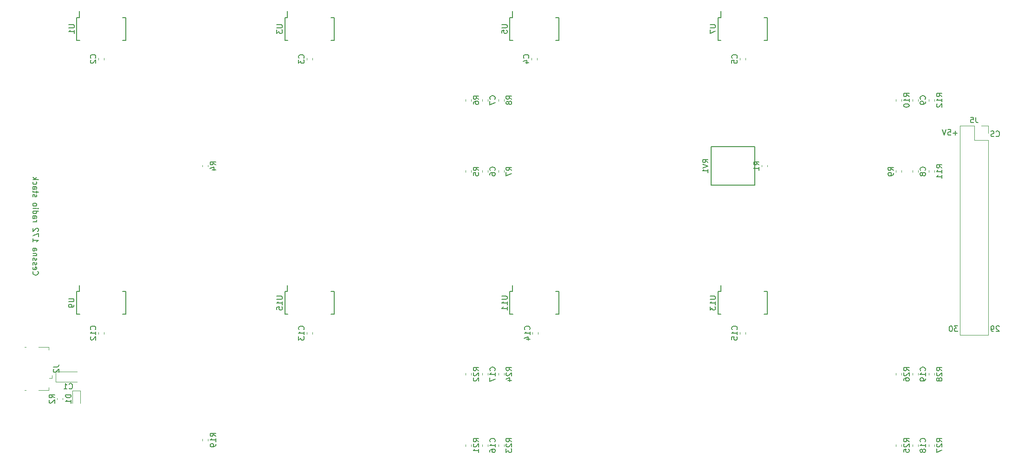
<source format=gbr>
%TF.GenerationSoftware,KiCad,Pcbnew,(5.1.6)-1*%
%TF.CreationDate,2020-09-26T15:19:52-07:00*%
%TF.ProjectId,Cessna 172 nav and com radio,43657373-6e61-4203-9137-32206e617620,rev?*%
%TF.SameCoordinates,Original*%
%TF.FileFunction,Legend,Bot*%
%TF.FilePolarity,Positive*%
%FSLAX46Y46*%
G04 Gerber Fmt 4.6, Leading zero omitted, Abs format (unit mm)*
G04 Created by KiCad (PCBNEW (5.1.6)-1) date 2020-09-26 15:19:52*
%MOMM*%
%LPD*%
G01*
G04 APERTURE LIST*
%ADD10C,0.150000*%
%ADD11C,0.203200*%
%ADD12C,0.120000*%
G04 APERTURE END LIST*
D10*
X207240357Y-60555142D02*
X207287976Y-60602761D01*
X207430833Y-60650380D01*
X207526071Y-60650380D01*
X207668928Y-60602761D01*
X207764166Y-60507523D01*
X207811785Y-60412285D01*
X207859404Y-60221809D01*
X207859404Y-60078952D01*
X207811785Y-59888476D01*
X207764166Y-59793238D01*
X207668928Y-59698000D01*
X207526071Y-59650380D01*
X207430833Y-59650380D01*
X207287976Y-59698000D01*
X207240357Y-59745619D01*
X206859404Y-60602761D02*
X206716547Y-60650380D01*
X206478452Y-60650380D01*
X206383214Y-60602761D01*
X206335595Y-60555142D01*
X206287976Y-60459904D01*
X206287976Y-60364666D01*
X206335595Y-60269428D01*
X206383214Y-60221809D01*
X206478452Y-60174190D01*
X206668928Y-60126571D01*
X206764166Y-60078952D01*
X206811785Y-60031333D01*
X206859404Y-59936095D01*
X206859404Y-59840857D01*
X206811785Y-59745619D01*
X206764166Y-59698000D01*
X206668928Y-59650380D01*
X206430833Y-59650380D01*
X206287976Y-59698000D01*
X207811785Y-95305619D02*
X207764166Y-95258000D01*
X207668928Y-95210380D01*
X207430833Y-95210380D01*
X207335595Y-95258000D01*
X207287976Y-95305619D01*
X207240357Y-95400857D01*
X207240357Y-95496095D01*
X207287976Y-95638952D01*
X207859404Y-96210380D01*
X207240357Y-96210380D01*
X206764166Y-96210380D02*
X206573690Y-96210380D01*
X206478452Y-96162761D01*
X206430833Y-96115142D01*
X206335595Y-95972285D01*
X206287976Y-95781809D01*
X206287976Y-95400857D01*
X206335595Y-95305619D01*
X206383214Y-95258000D01*
X206478452Y-95210380D01*
X206668928Y-95210380D01*
X206764166Y-95258000D01*
X206811785Y-95305619D01*
X206859404Y-95400857D01*
X206859404Y-95638952D01*
X206811785Y-95734190D01*
X206764166Y-95781809D01*
X206668928Y-95829428D01*
X206478452Y-95829428D01*
X206383214Y-95781809D01*
X206335595Y-95734190D01*
X206287976Y-95638952D01*
X200259642Y-95210380D02*
X199640595Y-95210380D01*
X199973928Y-95591333D01*
X199831071Y-95591333D01*
X199735833Y-95638952D01*
X199688214Y-95686571D01*
X199640595Y-95781809D01*
X199640595Y-96019904D01*
X199688214Y-96115142D01*
X199735833Y-96162761D01*
X199831071Y-96210380D01*
X200116785Y-96210380D01*
X200212023Y-96162761D01*
X200259642Y-96115142D01*
X199021547Y-95210380D02*
X198926309Y-95210380D01*
X198831071Y-95258000D01*
X198783452Y-95305619D01*
X198735833Y-95400857D01*
X198688214Y-95591333D01*
X198688214Y-95829428D01*
X198735833Y-96019904D01*
X198783452Y-96115142D01*
X198831071Y-96162761D01*
X198926309Y-96210380D01*
X199021547Y-96210380D01*
X199116785Y-96162761D01*
X199164404Y-96115142D01*
X199212023Y-96019904D01*
X199259642Y-95829428D01*
X199259642Y-95591333D01*
X199212023Y-95400857D01*
X199164404Y-95305619D01*
X199116785Y-95258000D01*
X199021547Y-95210380D01*
X200164404Y-60015428D02*
X199402500Y-60015428D01*
X199783452Y-60396380D02*
X199783452Y-59634476D01*
X198450119Y-59396380D02*
X198926309Y-59396380D01*
X198973928Y-59872571D01*
X198926309Y-59824952D01*
X198831071Y-59777333D01*
X198592976Y-59777333D01*
X198497738Y-59824952D01*
X198450119Y-59872571D01*
X198402500Y-59967809D01*
X198402500Y-60205904D01*
X198450119Y-60301142D01*
X198497738Y-60348761D01*
X198592976Y-60396380D01*
X198831071Y-60396380D01*
X198926309Y-60348761D01*
X198973928Y-60301142D01*
X198116785Y-59396380D02*
X197783452Y-60396380D01*
X197450119Y-59396380D01*
X31642857Y-85285714D02*
X31595238Y-85333333D01*
X31547619Y-85476190D01*
X31547619Y-85571428D01*
X31595238Y-85714285D01*
X31690476Y-85809523D01*
X31785714Y-85857142D01*
X31976190Y-85904761D01*
X32119047Y-85904761D01*
X32309523Y-85857142D01*
X32404761Y-85809523D01*
X32500000Y-85714285D01*
X32547619Y-85571428D01*
X32547619Y-85476190D01*
X32500000Y-85333333D01*
X32452380Y-85285714D01*
X31595238Y-84476190D02*
X31547619Y-84571428D01*
X31547619Y-84761904D01*
X31595238Y-84857142D01*
X31690476Y-84904761D01*
X32071428Y-84904761D01*
X32166666Y-84857142D01*
X32214285Y-84761904D01*
X32214285Y-84571428D01*
X32166666Y-84476190D01*
X32071428Y-84428571D01*
X31976190Y-84428571D01*
X31880952Y-84904761D01*
X31595238Y-84047619D02*
X31547619Y-83952380D01*
X31547619Y-83761904D01*
X31595238Y-83666666D01*
X31690476Y-83619047D01*
X31738095Y-83619047D01*
X31833333Y-83666666D01*
X31880952Y-83761904D01*
X31880952Y-83904761D01*
X31928571Y-84000000D01*
X32023809Y-84047619D01*
X32071428Y-84047619D01*
X32166666Y-84000000D01*
X32214285Y-83904761D01*
X32214285Y-83761904D01*
X32166666Y-83666666D01*
X31595238Y-83238095D02*
X31547619Y-83142857D01*
X31547619Y-82952380D01*
X31595238Y-82857142D01*
X31690476Y-82809523D01*
X31738095Y-82809523D01*
X31833333Y-82857142D01*
X31880952Y-82952380D01*
X31880952Y-83095238D01*
X31928571Y-83190476D01*
X32023809Y-83238095D01*
X32071428Y-83238095D01*
X32166666Y-83190476D01*
X32214285Y-83095238D01*
X32214285Y-82952380D01*
X32166666Y-82857142D01*
X32214285Y-82380952D02*
X31547619Y-82380952D01*
X32119047Y-82380952D02*
X32166666Y-82333333D01*
X32214285Y-82238095D01*
X32214285Y-82095238D01*
X32166666Y-82000000D01*
X32071428Y-81952380D01*
X31547619Y-81952380D01*
X31547619Y-81047619D02*
X32071428Y-81047619D01*
X32166666Y-81095238D01*
X32214285Y-81190476D01*
X32214285Y-81380952D01*
X32166666Y-81476190D01*
X31595238Y-81047619D02*
X31547619Y-81142857D01*
X31547619Y-81380952D01*
X31595238Y-81476190D01*
X31690476Y-81523809D01*
X31785714Y-81523809D01*
X31880952Y-81476190D01*
X31928571Y-81380952D01*
X31928571Y-81142857D01*
X31976190Y-81047619D01*
X31547619Y-79285714D02*
X31547619Y-79857142D01*
X31547619Y-79571428D02*
X32547619Y-79571428D01*
X32404761Y-79666666D01*
X32309523Y-79761904D01*
X32261904Y-79857142D01*
X32547619Y-78952380D02*
X32547619Y-78285714D01*
X31547619Y-78714285D01*
X32452380Y-77952380D02*
X32500000Y-77904761D01*
X32547619Y-77809523D01*
X32547619Y-77571428D01*
X32500000Y-77476190D01*
X32452380Y-77428571D01*
X32357142Y-77380952D01*
X32261904Y-77380952D01*
X32119047Y-77428571D01*
X31547619Y-78000000D01*
X31547619Y-77380952D01*
X31547619Y-76190476D02*
X32214285Y-76190476D01*
X32023809Y-76190476D02*
X32119047Y-76142857D01*
X32166666Y-76095238D01*
X32214285Y-76000000D01*
X32214285Y-75904761D01*
X31547619Y-75142857D02*
X32071428Y-75142857D01*
X32166666Y-75190476D01*
X32214285Y-75285714D01*
X32214285Y-75476190D01*
X32166666Y-75571428D01*
X31595238Y-75142857D02*
X31547619Y-75238095D01*
X31547619Y-75476190D01*
X31595238Y-75571428D01*
X31690476Y-75619047D01*
X31785714Y-75619047D01*
X31880952Y-75571428D01*
X31928571Y-75476190D01*
X31928571Y-75238095D01*
X31976190Y-75142857D01*
X31547619Y-74238095D02*
X32547619Y-74238095D01*
X31595238Y-74238095D02*
X31547619Y-74333333D01*
X31547619Y-74523809D01*
X31595238Y-74619047D01*
X31642857Y-74666666D01*
X31738095Y-74714285D01*
X32023809Y-74714285D01*
X32119047Y-74666666D01*
X32166666Y-74619047D01*
X32214285Y-74523809D01*
X32214285Y-74333333D01*
X32166666Y-74238095D01*
X31547619Y-73761904D02*
X32214285Y-73761904D01*
X32547619Y-73761904D02*
X32500000Y-73809523D01*
X32452380Y-73761904D01*
X32500000Y-73714285D01*
X32547619Y-73761904D01*
X32452380Y-73761904D01*
X31547619Y-73142857D02*
X31595238Y-73238095D01*
X31642857Y-73285714D01*
X31738095Y-73333333D01*
X32023809Y-73333333D01*
X32119047Y-73285714D01*
X32166666Y-73238095D01*
X32214285Y-73142857D01*
X32214285Y-73000000D01*
X32166666Y-72904761D01*
X32119047Y-72857142D01*
X32023809Y-72809523D01*
X31738095Y-72809523D01*
X31642857Y-72857142D01*
X31595238Y-72904761D01*
X31547619Y-73000000D01*
X31547619Y-73142857D01*
X31595238Y-71666666D02*
X31547619Y-71571428D01*
X31547619Y-71380952D01*
X31595238Y-71285714D01*
X31690476Y-71238095D01*
X31738095Y-71238095D01*
X31833333Y-71285714D01*
X31880952Y-71380952D01*
X31880952Y-71523809D01*
X31928571Y-71619047D01*
X32023809Y-71666666D01*
X32071428Y-71666666D01*
X32166666Y-71619047D01*
X32214285Y-71523809D01*
X32214285Y-71380952D01*
X32166666Y-71285714D01*
X32214285Y-70952380D02*
X32214285Y-70571428D01*
X32547619Y-70809523D02*
X31690476Y-70809523D01*
X31595238Y-70761904D01*
X31547619Y-70666666D01*
X31547619Y-70571428D01*
X31547619Y-69809523D02*
X32071428Y-69809523D01*
X32166666Y-69857142D01*
X32214285Y-69952380D01*
X32214285Y-70142857D01*
X32166666Y-70238095D01*
X31595238Y-69809523D02*
X31547619Y-69904761D01*
X31547619Y-70142857D01*
X31595238Y-70238095D01*
X31690476Y-70285714D01*
X31785714Y-70285714D01*
X31880952Y-70238095D01*
X31928571Y-70142857D01*
X31928571Y-69904761D01*
X31976190Y-69809523D01*
X31595238Y-68904761D02*
X31547619Y-69000000D01*
X31547619Y-69190476D01*
X31595238Y-69285714D01*
X31642857Y-69333333D01*
X31738095Y-69380952D01*
X32023809Y-69380952D01*
X32119047Y-69333333D01*
X32166666Y-69285714D01*
X32214285Y-69190476D01*
X32214285Y-69000000D01*
X32166666Y-68904761D01*
X31547619Y-68476190D02*
X32547619Y-68476190D01*
X31928571Y-68380952D02*
X31547619Y-68095238D01*
X32214285Y-68095238D02*
X31833333Y-68476190D01*
%TO.C,U1*%
X39525000Y-38925000D02*
X40000000Y-38925000D01*
X39525000Y-43075000D02*
X40082500Y-43075000D01*
X48475000Y-43075000D02*
X47917500Y-43075000D01*
X48475000Y-38925000D02*
X47917500Y-38925000D01*
X39525000Y-38925000D02*
X39525000Y-43075000D01*
X48475000Y-38925000D02*
X48475000Y-43075000D01*
X40000000Y-38925000D02*
X40000000Y-37800000D01*
D11*
%TO.C,RV1*%
X155250000Y-69500000D02*
X163250000Y-69500000D01*
X155250000Y-62500000D02*
X155250000Y-69500000D01*
X163250000Y-62500000D02*
X155250000Y-62500000D01*
X163250000Y-69500000D02*
X163250000Y-62500000D01*
D10*
%TO.C,U3*%
X78000000Y-38925000D02*
X78000000Y-37800000D01*
X86475000Y-38925000D02*
X86475000Y-43075000D01*
X77525000Y-38925000D02*
X77525000Y-43075000D01*
X86475000Y-38925000D02*
X85917500Y-38925000D01*
X86475000Y-43075000D02*
X85917500Y-43075000D01*
X77525000Y-43075000D02*
X78082500Y-43075000D01*
X77525000Y-38925000D02*
X78000000Y-38925000D01*
%TO.C,U5*%
X119000000Y-38925000D02*
X119000000Y-37800000D01*
X127475000Y-38925000D02*
X127475000Y-43075000D01*
X118525000Y-38925000D02*
X118525000Y-43075000D01*
X127475000Y-38925000D02*
X126917500Y-38925000D01*
X127475000Y-43075000D02*
X126917500Y-43075000D01*
X118525000Y-43075000D02*
X119082500Y-43075000D01*
X118525000Y-38925000D02*
X119000000Y-38925000D01*
%TO.C,U7*%
X156525000Y-38925000D02*
X157000000Y-38925000D01*
X156525000Y-43075000D02*
X157082500Y-43075000D01*
X165475000Y-43075000D02*
X164917500Y-43075000D01*
X165475000Y-38925000D02*
X164917500Y-38925000D01*
X156525000Y-38925000D02*
X156525000Y-43075000D01*
X165475000Y-38925000D02*
X165475000Y-43075000D01*
X157000000Y-38925000D02*
X157000000Y-37800000D01*
D12*
%TO.C,J2*%
X35012500Y-104700000D02*
X34562500Y-104700000D01*
X35012500Y-104700000D02*
X35012500Y-104250000D01*
X34462500Y-99100000D02*
X34462500Y-99550000D01*
X32612500Y-99100000D02*
X34462500Y-99100000D01*
X30062500Y-106900000D02*
X30312500Y-106900000D01*
X30062500Y-99100000D02*
X30312500Y-99100000D01*
X32612500Y-106900000D02*
X34462500Y-106900000D01*
X34462500Y-106900000D02*
X34462500Y-106450000D01*
D10*
%TO.C,U9*%
X39525000Y-88925000D02*
X40000000Y-88925000D01*
X39525000Y-93075000D02*
X40082500Y-93075000D01*
X48475000Y-93075000D02*
X47917500Y-93075000D01*
X48475000Y-88925000D02*
X47917500Y-88925000D01*
X39525000Y-88925000D02*
X39525000Y-93075000D01*
X48475000Y-88925000D02*
X48475000Y-93075000D01*
X40000000Y-88925000D02*
X40000000Y-87800000D01*
%TO.C,U11*%
X119000000Y-88925000D02*
X119000000Y-87800000D01*
X127475000Y-88925000D02*
X127475000Y-93075000D01*
X118525000Y-88925000D02*
X118525000Y-93075000D01*
X127475000Y-88925000D02*
X126917500Y-88925000D01*
X127475000Y-93075000D02*
X126917500Y-93075000D01*
X118525000Y-93075000D02*
X119082500Y-93075000D01*
X118525000Y-88925000D02*
X119000000Y-88925000D01*
%TO.C,U13*%
X156525000Y-88925000D02*
X157000000Y-88925000D01*
X156525000Y-93075000D02*
X157082500Y-93075000D01*
X165475000Y-93075000D02*
X164917500Y-93075000D01*
X165475000Y-88925000D02*
X164917500Y-88925000D01*
X156525000Y-88925000D02*
X156525000Y-93075000D01*
X165475000Y-88925000D02*
X165475000Y-93075000D01*
X157000000Y-88925000D02*
X157000000Y-87800000D01*
%TO.C,U15*%
X78000000Y-88925000D02*
X78000000Y-87800000D01*
X86475000Y-88925000D02*
X86475000Y-93075000D01*
X77525000Y-88925000D02*
X77525000Y-93075000D01*
X86475000Y-88925000D02*
X85917500Y-88925000D01*
X86475000Y-93075000D02*
X85917500Y-93075000D01*
X77525000Y-93075000D02*
X78082500Y-93075000D01*
X77525000Y-88925000D02*
X78000000Y-88925000D01*
D12*
%TO.C,J5*%
X205830000Y-96890000D02*
X200630000Y-96890000D01*
X205830000Y-61270000D02*
X205830000Y-96890000D01*
X200630000Y-58670000D02*
X200630000Y-96890000D01*
X205830000Y-61270000D02*
X203230000Y-61270000D01*
X203230000Y-61270000D02*
X203230000Y-58670000D01*
X203230000Y-58670000D02*
X200630000Y-58670000D01*
X205830000Y-60000000D02*
X205830000Y-58670000D01*
X205830000Y-58670000D02*
X204500000Y-58670000D01*
%TO.C,C1*%
X39600000Y-105435000D02*
X35690000Y-105435000D01*
X35690000Y-105435000D02*
X35690000Y-103565000D01*
X35690000Y-103565000D02*
X39600000Y-103565000D01*
%TO.C,C2*%
X43490000Y-46337221D02*
X43490000Y-46662779D01*
X44510000Y-46337221D02*
X44510000Y-46662779D01*
%TO.C,C3*%
X82510000Y-46337221D02*
X82510000Y-46662779D01*
X81490000Y-46337221D02*
X81490000Y-46662779D01*
%TO.C,C4*%
X123510000Y-46337221D02*
X123510000Y-46662779D01*
X122490000Y-46337221D02*
X122490000Y-46662779D01*
%TO.C,C5*%
X160490000Y-46337221D02*
X160490000Y-46662779D01*
X161510000Y-46337221D02*
X161510000Y-46662779D01*
%TO.C,C6*%
X114510000Y-67162779D02*
X114510000Y-66837221D01*
X113490000Y-67162779D02*
X113490000Y-66837221D01*
%TO.C,C7*%
X113490000Y-54162779D02*
X113490000Y-53837221D01*
X114510000Y-54162779D02*
X114510000Y-53837221D01*
%TO.C,C8*%
X193010000Y-67162779D02*
X193010000Y-66837221D01*
X191990000Y-67162779D02*
X191990000Y-66837221D01*
%TO.C,C9*%
X191990000Y-54162779D02*
X191990000Y-53837221D01*
X193010000Y-54162779D02*
X193010000Y-53837221D01*
%TO.C,C12*%
X43490000Y-96337221D02*
X43490000Y-96662779D01*
X44510000Y-96337221D02*
X44510000Y-96662779D01*
%TO.C,C13*%
X82510000Y-96337221D02*
X82510000Y-96662779D01*
X81490000Y-96337221D02*
X81490000Y-96662779D01*
%TO.C,C14*%
X123700000Y-96337221D02*
X123700000Y-96662779D01*
X122680000Y-96337221D02*
X122680000Y-96662779D01*
%TO.C,C15*%
X161510000Y-96337221D02*
X161510000Y-96662779D01*
X160490000Y-96337221D02*
X160490000Y-96662779D01*
%TO.C,C16*%
X113490000Y-117162779D02*
X113490000Y-116837221D01*
X114510000Y-117162779D02*
X114510000Y-116837221D01*
%TO.C,C17*%
X114510000Y-104162779D02*
X114510000Y-103837221D01*
X113490000Y-104162779D02*
X113490000Y-103837221D01*
%TO.C,C18*%
X193010000Y-117162779D02*
X193010000Y-116837221D01*
X191990000Y-117162779D02*
X191990000Y-116837221D01*
%TO.C,C19*%
X193010000Y-104162779D02*
X193010000Y-103837221D01*
X191990000Y-104162779D02*
X191990000Y-103837221D01*
%TO.C,D1*%
X38765000Y-109300000D02*
X38765000Y-107015000D01*
X38765000Y-107015000D02*
X40235000Y-107015000D01*
X40235000Y-107015000D02*
X40235000Y-109300000D01*
%TO.C,R1*%
X164490000Y-65837221D02*
X164490000Y-66162779D01*
X165510000Y-65837221D02*
X165510000Y-66162779D01*
%TO.C,R2*%
X37010000Y-108337221D02*
X37010000Y-108662779D01*
X35990000Y-108337221D02*
X35990000Y-108662779D01*
%TO.C,R4*%
X63510000Y-66162779D02*
X63510000Y-65837221D01*
X62490000Y-66162779D02*
X62490000Y-65837221D01*
%TO.C,R5*%
X110490000Y-67162779D02*
X110490000Y-66837221D01*
X111510000Y-67162779D02*
X111510000Y-66837221D01*
%TO.C,R6*%
X110490000Y-54162779D02*
X110490000Y-53837221D01*
X111510000Y-54162779D02*
X111510000Y-53837221D01*
%TO.C,R7*%
X116490000Y-67162779D02*
X116490000Y-66837221D01*
X117510000Y-67162779D02*
X117510000Y-66837221D01*
%TO.C,R8*%
X117510000Y-54162779D02*
X117510000Y-53837221D01*
X116490000Y-54162779D02*
X116490000Y-53837221D01*
%TO.C,R9*%
X190010000Y-66837221D02*
X190010000Y-67162779D01*
X188990000Y-66837221D02*
X188990000Y-67162779D01*
%TO.C,R10*%
X190010000Y-54162779D02*
X190010000Y-53837221D01*
X188990000Y-54162779D02*
X188990000Y-53837221D01*
%TO.C,R11*%
X196010000Y-67162779D02*
X196010000Y-66837221D01*
X194990000Y-67162779D02*
X194990000Y-66837221D01*
%TO.C,R12*%
X194990000Y-54162779D02*
X194990000Y-53837221D01*
X196010000Y-54162779D02*
X196010000Y-53837221D01*
%TO.C,R19*%
X63510000Y-116162779D02*
X63510000Y-115837221D01*
X62490000Y-116162779D02*
X62490000Y-115837221D01*
%TO.C,R21*%
X110490000Y-117162779D02*
X110490000Y-116837221D01*
X111510000Y-117162779D02*
X111510000Y-116837221D01*
%TO.C,R22*%
X111510000Y-104162779D02*
X111510000Y-103837221D01*
X110490000Y-104162779D02*
X110490000Y-103837221D01*
%TO.C,R23*%
X117510000Y-117162779D02*
X117510000Y-116837221D01*
X116490000Y-117162779D02*
X116490000Y-116837221D01*
%TO.C,R24*%
X116490000Y-104162779D02*
X116490000Y-103837221D01*
X117510000Y-104162779D02*
X117510000Y-103837221D01*
%TO.C,R25*%
X190010000Y-117162779D02*
X190010000Y-116837221D01*
X188990000Y-117162779D02*
X188990000Y-116837221D01*
%TO.C,R26*%
X188990000Y-104162779D02*
X188990000Y-103837221D01*
X190010000Y-104162779D02*
X190010000Y-103837221D01*
%TO.C,R27*%
X194990000Y-117162779D02*
X194990000Y-116837221D01*
X196010000Y-117162779D02*
X196010000Y-116837221D01*
%TO.C,R28*%
X196010000Y-104162779D02*
X196010000Y-103837221D01*
X194990000Y-104162779D02*
X194990000Y-103837221D01*
%TO.C,U1*%
D10*
X38118380Y-40238095D02*
X38927904Y-40238095D01*
X39023142Y-40285714D01*
X39070761Y-40333333D01*
X39118380Y-40428571D01*
X39118380Y-40619047D01*
X39070761Y-40714285D01*
X39023142Y-40761904D01*
X38927904Y-40809523D01*
X38118380Y-40809523D01*
X39118380Y-41809523D02*
X39118380Y-41238095D01*
X39118380Y-41523809D02*
X38118380Y-41523809D01*
X38261238Y-41428571D01*
X38356476Y-41333333D01*
X38404095Y-41238095D01*
%TO.C,RV1*%
X154702380Y-65404761D02*
X154226190Y-65071428D01*
X154702380Y-64833333D02*
X153702380Y-64833333D01*
X153702380Y-65214285D01*
X153750000Y-65309523D01*
X153797619Y-65357142D01*
X153892857Y-65404761D01*
X154035714Y-65404761D01*
X154130952Y-65357142D01*
X154178571Y-65309523D01*
X154226190Y-65214285D01*
X154226190Y-64833333D01*
X153702380Y-65690476D02*
X154702380Y-66023809D01*
X153702380Y-66357142D01*
X154702380Y-67214285D02*
X154702380Y-66642857D01*
X154702380Y-66928571D02*
X153702380Y-66928571D01*
X153845238Y-66833333D01*
X153940476Y-66738095D01*
X153988095Y-66642857D01*
%TO.C,U3*%
X76052380Y-40238095D02*
X76861904Y-40238095D01*
X76957142Y-40285714D01*
X77004761Y-40333333D01*
X77052380Y-40428571D01*
X77052380Y-40619047D01*
X77004761Y-40714285D01*
X76957142Y-40761904D01*
X76861904Y-40809523D01*
X76052380Y-40809523D01*
X76052380Y-41190476D02*
X76052380Y-41809523D01*
X76433333Y-41476190D01*
X76433333Y-41619047D01*
X76480952Y-41714285D01*
X76528571Y-41761904D01*
X76623809Y-41809523D01*
X76861904Y-41809523D01*
X76957142Y-41761904D01*
X77004761Y-41714285D01*
X77052380Y-41619047D01*
X77052380Y-41333333D01*
X77004761Y-41238095D01*
X76957142Y-41190476D01*
%TO.C,U5*%
X117052380Y-40238095D02*
X117861904Y-40238095D01*
X117957142Y-40285714D01*
X118004761Y-40333333D01*
X118052380Y-40428571D01*
X118052380Y-40619047D01*
X118004761Y-40714285D01*
X117957142Y-40761904D01*
X117861904Y-40809523D01*
X117052380Y-40809523D01*
X117052380Y-41761904D02*
X117052380Y-41285714D01*
X117528571Y-41238095D01*
X117480952Y-41285714D01*
X117433333Y-41380952D01*
X117433333Y-41619047D01*
X117480952Y-41714285D01*
X117528571Y-41761904D01*
X117623809Y-41809523D01*
X117861904Y-41809523D01*
X117957142Y-41761904D01*
X118004761Y-41714285D01*
X118052380Y-41619047D01*
X118052380Y-41380952D01*
X118004761Y-41285714D01*
X117957142Y-41238095D01*
%TO.C,U7*%
X155052380Y-40238095D02*
X155861904Y-40238095D01*
X155957142Y-40285714D01*
X156004761Y-40333333D01*
X156052380Y-40428571D01*
X156052380Y-40619047D01*
X156004761Y-40714285D01*
X155957142Y-40761904D01*
X155861904Y-40809523D01*
X155052380Y-40809523D01*
X155052380Y-41190476D02*
X155052380Y-41857142D01*
X156052380Y-41428571D01*
%TO.C,J2*%
X35264880Y-102666666D02*
X35979166Y-102666666D01*
X36122023Y-102619047D01*
X36217261Y-102523809D01*
X36264880Y-102380952D01*
X36264880Y-102285714D01*
X35360119Y-103095238D02*
X35312500Y-103142857D01*
X35264880Y-103238095D01*
X35264880Y-103476190D01*
X35312500Y-103571428D01*
X35360119Y-103619047D01*
X35455357Y-103666666D01*
X35550595Y-103666666D01*
X35693452Y-103619047D01*
X36264880Y-103047619D01*
X36264880Y-103666666D01*
%TO.C,U9*%
X38052380Y-90238095D02*
X38861904Y-90238095D01*
X38957142Y-90285714D01*
X39004761Y-90333333D01*
X39052380Y-90428571D01*
X39052380Y-90619047D01*
X39004761Y-90714285D01*
X38957142Y-90761904D01*
X38861904Y-90809523D01*
X38052380Y-90809523D01*
X39052380Y-91333333D02*
X39052380Y-91523809D01*
X39004761Y-91619047D01*
X38957142Y-91666666D01*
X38814285Y-91761904D01*
X38623809Y-91809523D01*
X38242857Y-91809523D01*
X38147619Y-91761904D01*
X38100000Y-91714285D01*
X38052380Y-91619047D01*
X38052380Y-91428571D01*
X38100000Y-91333333D01*
X38147619Y-91285714D01*
X38242857Y-91238095D01*
X38480952Y-91238095D01*
X38576190Y-91285714D01*
X38623809Y-91333333D01*
X38671428Y-91428571D01*
X38671428Y-91619047D01*
X38623809Y-91714285D01*
X38576190Y-91761904D01*
X38480952Y-91809523D01*
%TO.C,U11*%
X117052380Y-89761904D02*
X117861904Y-89761904D01*
X117957142Y-89809523D01*
X118004761Y-89857142D01*
X118052380Y-89952380D01*
X118052380Y-90142857D01*
X118004761Y-90238095D01*
X117957142Y-90285714D01*
X117861904Y-90333333D01*
X117052380Y-90333333D01*
X118052380Y-91333333D02*
X118052380Y-90761904D01*
X118052380Y-91047619D02*
X117052380Y-91047619D01*
X117195238Y-90952380D01*
X117290476Y-90857142D01*
X117338095Y-90761904D01*
X118052380Y-92285714D02*
X118052380Y-91714285D01*
X118052380Y-92000000D02*
X117052380Y-92000000D01*
X117195238Y-91904761D01*
X117290476Y-91809523D01*
X117338095Y-91714285D01*
%TO.C,U13*%
X155052380Y-89761904D02*
X155861904Y-89761904D01*
X155957142Y-89809523D01*
X156004761Y-89857142D01*
X156052380Y-89952380D01*
X156052380Y-90142857D01*
X156004761Y-90238095D01*
X155957142Y-90285714D01*
X155861904Y-90333333D01*
X155052380Y-90333333D01*
X156052380Y-91333333D02*
X156052380Y-90761904D01*
X156052380Y-91047619D02*
X155052380Y-91047619D01*
X155195238Y-90952380D01*
X155290476Y-90857142D01*
X155338095Y-90761904D01*
X155052380Y-91666666D02*
X155052380Y-92285714D01*
X155433333Y-91952380D01*
X155433333Y-92095238D01*
X155480952Y-92190476D01*
X155528571Y-92238095D01*
X155623809Y-92285714D01*
X155861904Y-92285714D01*
X155957142Y-92238095D01*
X156004761Y-92190476D01*
X156052380Y-92095238D01*
X156052380Y-91809523D01*
X156004761Y-91714285D01*
X155957142Y-91666666D01*
%TO.C,U15*%
X76052380Y-89761904D02*
X76861904Y-89761904D01*
X76957142Y-89809523D01*
X77004761Y-89857142D01*
X77052380Y-89952380D01*
X77052380Y-90142857D01*
X77004761Y-90238095D01*
X76957142Y-90285714D01*
X76861904Y-90333333D01*
X76052380Y-90333333D01*
X77052380Y-91333333D02*
X77052380Y-90761904D01*
X77052380Y-91047619D02*
X76052380Y-91047619D01*
X76195238Y-90952380D01*
X76290476Y-90857142D01*
X76338095Y-90761904D01*
X76052380Y-92238095D02*
X76052380Y-91761904D01*
X76528571Y-91714285D01*
X76480952Y-91761904D01*
X76433333Y-91857142D01*
X76433333Y-92095238D01*
X76480952Y-92190476D01*
X76528571Y-92238095D01*
X76623809Y-92285714D01*
X76861904Y-92285714D01*
X76957142Y-92238095D01*
X77004761Y-92190476D01*
X77052380Y-92095238D01*
X77052380Y-91857142D01*
X77004761Y-91761904D01*
X76957142Y-91714285D01*
%TO.C,J5*%
X203563333Y-57122380D02*
X203563333Y-57836666D01*
X203610952Y-57979523D01*
X203706190Y-58074761D01*
X203849047Y-58122380D01*
X203944285Y-58122380D01*
X202610952Y-57122380D02*
X203087142Y-57122380D01*
X203134761Y-57598571D01*
X203087142Y-57550952D01*
X202991904Y-57503333D01*
X202753809Y-57503333D01*
X202658571Y-57550952D01*
X202610952Y-57598571D01*
X202563333Y-57693809D01*
X202563333Y-57931904D01*
X202610952Y-58027142D01*
X202658571Y-58074761D01*
X202753809Y-58122380D01*
X202991904Y-58122380D01*
X203087142Y-58074761D01*
X203134761Y-58027142D01*
%TO.C,C1*%
X38166666Y-106607142D02*
X38214285Y-106654761D01*
X38357142Y-106702380D01*
X38452380Y-106702380D01*
X38595238Y-106654761D01*
X38690476Y-106559523D01*
X38738095Y-106464285D01*
X38785714Y-106273809D01*
X38785714Y-106130952D01*
X38738095Y-105940476D01*
X38690476Y-105845238D01*
X38595238Y-105750000D01*
X38452380Y-105702380D01*
X38357142Y-105702380D01*
X38214285Y-105750000D01*
X38166666Y-105797619D01*
X37214285Y-106702380D02*
X37785714Y-106702380D01*
X37500000Y-106702380D02*
X37500000Y-105702380D01*
X37595238Y-105845238D01*
X37690476Y-105940476D01*
X37785714Y-105988095D01*
%TO.C,C2*%
X42927142Y-46333333D02*
X42974761Y-46285714D01*
X43022380Y-46142857D01*
X43022380Y-46047619D01*
X42974761Y-45904761D01*
X42879523Y-45809523D01*
X42784285Y-45761904D01*
X42593809Y-45714285D01*
X42450952Y-45714285D01*
X42260476Y-45761904D01*
X42165238Y-45809523D01*
X42070000Y-45904761D01*
X42022380Y-46047619D01*
X42022380Y-46142857D01*
X42070000Y-46285714D01*
X42117619Y-46333333D01*
X42117619Y-46714285D02*
X42070000Y-46761904D01*
X42022380Y-46857142D01*
X42022380Y-47095238D01*
X42070000Y-47190476D01*
X42117619Y-47238095D01*
X42212857Y-47285714D01*
X42308095Y-47285714D01*
X42450952Y-47238095D01*
X43022380Y-46666666D01*
X43022380Y-47285714D01*
%TO.C,C3*%
X80927142Y-46333333D02*
X80974761Y-46285714D01*
X81022380Y-46142857D01*
X81022380Y-46047619D01*
X80974761Y-45904761D01*
X80879523Y-45809523D01*
X80784285Y-45761904D01*
X80593809Y-45714285D01*
X80450952Y-45714285D01*
X80260476Y-45761904D01*
X80165238Y-45809523D01*
X80070000Y-45904761D01*
X80022380Y-46047619D01*
X80022380Y-46142857D01*
X80070000Y-46285714D01*
X80117619Y-46333333D01*
X80022380Y-46666666D02*
X80022380Y-47285714D01*
X80403333Y-46952380D01*
X80403333Y-47095238D01*
X80450952Y-47190476D01*
X80498571Y-47238095D01*
X80593809Y-47285714D01*
X80831904Y-47285714D01*
X80927142Y-47238095D01*
X80974761Y-47190476D01*
X81022380Y-47095238D01*
X81022380Y-46809523D01*
X80974761Y-46714285D01*
X80927142Y-46666666D01*
%TO.C,C4*%
X121927142Y-46333333D02*
X121974761Y-46285714D01*
X122022380Y-46142857D01*
X122022380Y-46047619D01*
X121974761Y-45904761D01*
X121879523Y-45809523D01*
X121784285Y-45761904D01*
X121593809Y-45714285D01*
X121450952Y-45714285D01*
X121260476Y-45761904D01*
X121165238Y-45809523D01*
X121070000Y-45904761D01*
X121022380Y-46047619D01*
X121022380Y-46142857D01*
X121070000Y-46285714D01*
X121117619Y-46333333D01*
X121355714Y-47190476D02*
X122022380Y-47190476D01*
X120974761Y-46952380D02*
X121689047Y-46714285D01*
X121689047Y-47333333D01*
%TO.C,C5*%
X159927142Y-46333333D02*
X159974761Y-46285714D01*
X160022380Y-46142857D01*
X160022380Y-46047619D01*
X159974761Y-45904761D01*
X159879523Y-45809523D01*
X159784285Y-45761904D01*
X159593809Y-45714285D01*
X159450952Y-45714285D01*
X159260476Y-45761904D01*
X159165238Y-45809523D01*
X159070000Y-45904761D01*
X159022380Y-46047619D01*
X159022380Y-46142857D01*
X159070000Y-46285714D01*
X159117619Y-46333333D01*
X159022380Y-47238095D02*
X159022380Y-46761904D01*
X159498571Y-46714285D01*
X159450952Y-46761904D01*
X159403333Y-46857142D01*
X159403333Y-47095238D01*
X159450952Y-47190476D01*
X159498571Y-47238095D01*
X159593809Y-47285714D01*
X159831904Y-47285714D01*
X159927142Y-47238095D01*
X159974761Y-47190476D01*
X160022380Y-47095238D01*
X160022380Y-46857142D01*
X159974761Y-46761904D01*
X159927142Y-46714285D01*
%TO.C,C6*%
X115787142Y-66833333D02*
X115834761Y-66785714D01*
X115882380Y-66642857D01*
X115882380Y-66547619D01*
X115834761Y-66404761D01*
X115739523Y-66309523D01*
X115644285Y-66261904D01*
X115453809Y-66214285D01*
X115310952Y-66214285D01*
X115120476Y-66261904D01*
X115025238Y-66309523D01*
X114930000Y-66404761D01*
X114882380Y-66547619D01*
X114882380Y-66642857D01*
X114930000Y-66785714D01*
X114977619Y-66833333D01*
X114882380Y-67690476D02*
X114882380Y-67500000D01*
X114930000Y-67404761D01*
X114977619Y-67357142D01*
X115120476Y-67261904D01*
X115310952Y-67214285D01*
X115691904Y-67214285D01*
X115787142Y-67261904D01*
X115834761Y-67309523D01*
X115882380Y-67404761D01*
X115882380Y-67595238D01*
X115834761Y-67690476D01*
X115787142Y-67738095D01*
X115691904Y-67785714D01*
X115453809Y-67785714D01*
X115358571Y-67738095D01*
X115310952Y-67690476D01*
X115263333Y-67595238D01*
X115263333Y-67404761D01*
X115310952Y-67309523D01*
X115358571Y-67261904D01*
X115453809Y-67214285D01*
%TO.C,C7*%
X115787142Y-53833333D02*
X115834761Y-53785714D01*
X115882380Y-53642857D01*
X115882380Y-53547619D01*
X115834761Y-53404761D01*
X115739523Y-53309523D01*
X115644285Y-53261904D01*
X115453809Y-53214285D01*
X115310952Y-53214285D01*
X115120476Y-53261904D01*
X115025238Y-53309523D01*
X114930000Y-53404761D01*
X114882380Y-53547619D01*
X114882380Y-53642857D01*
X114930000Y-53785714D01*
X114977619Y-53833333D01*
X114882380Y-54166666D02*
X114882380Y-54833333D01*
X115882380Y-54404761D01*
%TO.C,C8*%
X194287142Y-66833333D02*
X194334761Y-66785714D01*
X194382380Y-66642857D01*
X194382380Y-66547619D01*
X194334761Y-66404761D01*
X194239523Y-66309523D01*
X194144285Y-66261904D01*
X193953809Y-66214285D01*
X193810952Y-66214285D01*
X193620476Y-66261904D01*
X193525238Y-66309523D01*
X193430000Y-66404761D01*
X193382380Y-66547619D01*
X193382380Y-66642857D01*
X193430000Y-66785714D01*
X193477619Y-66833333D01*
X193810952Y-67404761D02*
X193763333Y-67309523D01*
X193715714Y-67261904D01*
X193620476Y-67214285D01*
X193572857Y-67214285D01*
X193477619Y-67261904D01*
X193430000Y-67309523D01*
X193382380Y-67404761D01*
X193382380Y-67595238D01*
X193430000Y-67690476D01*
X193477619Y-67738095D01*
X193572857Y-67785714D01*
X193620476Y-67785714D01*
X193715714Y-67738095D01*
X193763333Y-67690476D01*
X193810952Y-67595238D01*
X193810952Y-67404761D01*
X193858571Y-67309523D01*
X193906190Y-67261904D01*
X194001428Y-67214285D01*
X194191904Y-67214285D01*
X194287142Y-67261904D01*
X194334761Y-67309523D01*
X194382380Y-67404761D01*
X194382380Y-67595238D01*
X194334761Y-67690476D01*
X194287142Y-67738095D01*
X194191904Y-67785714D01*
X194001428Y-67785714D01*
X193906190Y-67738095D01*
X193858571Y-67690476D01*
X193810952Y-67595238D01*
%TO.C,C9*%
X194287142Y-53833333D02*
X194334761Y-53785714D01*
X194382380Y-53642857D01*
X194382380Y-53547619D01*
X194334761Y-53404761D01*
X194239523Y-53309523D01*
X194144285Y-53261904D01*
X193953809Y-53214285D01*
X193810952Y-53214285D01*
X193620476Y-53261904D01*
X193525238Y-53309523D01*
X193430000Y-53404761D01*
X193382380Y-53547619D01*
X193382380Y-53642857D01*
X193430000Y-53785714D01*
X193477619Y-53833333D01*
X194382380Y-54309523D02*
X194382380Y-54500000D01*
X194334761Y-54595238D01*
X194287142Y-54642857D01*
X194144285Y-54738095D01*
X193953809Y-54785714D01*
X193572857Y-54785714D01*
X193477619Y-54738095D01*
X193430000Y-54690476D01*
X193382380Y-54595238D01*
X193382380Y-54404761D01*
X193430000Y-54309523D01*
X193477619Y-54261904D01*
X193572857Y-54214285D01*
X193810952Y-54214285D01*
X193906190Y-54261904D01*
X193953809Y-54309523D01*
X194001428Y-54404761D01*
X194001428Y-54595238D01*
X193953809Y-54690476D01*
X193906190Y-54738095D01*
X193810952Y-54785714D01*
%TO.C,C12*%
X42927142Y-95857142D02*
X42974761Y-95809523D01*
X43022380Y-95666666D01*
X43022380Y-95571428D01*
X42974761Y-95428571D01*
X42879523Y-95333333D01*
X42784285Y-95285714D01*
X42593809Y-95238095D01*
X42450952Y-95238095D01*
X42260476Y-95285714D01*
X42165238Y-95333333D01*
X42070000Y-95428571D01*
X42022380Y-95571428D01*
X42022380Y-95666666D01*
X42070000Y-95809523D01*
X42117619Y-95857142D01*
X43022380Y-96809523D02*
X43022380Y-96238095D01*
X43022380Y-96523809D02*
X42022380Y-96523809D01*
X42165238Y-96428571D01*
X42260476Y-96333333D01*
X42308095Y-96238095D01*
X42117619Y-97190476D02*
X42070000Y-97238095D01*
X42022380Y-97333333D01*
X42022380Y-97571428D01*
X42070000Y-97666666D01*
X42117619Y-97714285D01*
X42212857Y-97761904D01*
X42308095Y-97761904D01*
X42450952Y-97714285D01*
X43022380Y-97142857D01*
X43022380Y-97761904D01*
%TO.C,C13*%
X80927142Y-95857142D02*
X80974761Y-95809523D01*
X81022380Y-95666666D01*
X81022380Y-95571428D01*
X80974761Y-95428571D01*
X80879523Y-95333333D01*
X80784285Y-95285714D01*
X80593809Y-95238095D01*
X80450952Y-95238095D01*
X80260476Y-95285714D01*
X80165238Y-95333333D01*
X80070000Y-95428571D01*
X80022380Y-95571428D01*
X80022380Y-95666666D01*
X80070000Y-95809523D01*
X80117619Y-95857142D01*
X81022380Y-96809523D02*
X81022380Y-96238095D01*
X81022380Y-96523809D02*
X80022380Y-96523809D01*
X80165238Y-96428571D01*
X80260476Y-96333333D01*
X80308095Y-96238095D01*
X80022380Y-97142857D02*
X80022380Y-97761904D01*
X80403333Y-97428571D01*
X80403333Y-97571428D01*
X80450952Y-97666666D01*
X80498571Y-97714285D01*
X80593809Y-97761904D01*
X80831904Y-97761904D01*
X80927142Y-97714285D01*
X80974761Y-97666666D01*
X81022380Y-97571428D01*
X81022380Y-97285714D01*
X80974761Y-97190476D01*
X80927142Y-97142857D01*
%TO.C,C14*%
X122117142Y-95857142D02*
X122164761Y-95809523D01*
X122212380Y-95666666D01*
X122212380Y-95571428D01*
X122164761Y-95428571D01*
X122069523Y-95333333D01*
X121974285Y-95285714D01*
X121783809Y-95238095D01*
X121640952Y-95238095D01*
X121450476Y-95285714D01*
X121355238Y-95333333D01*
X121260000Y-95428571D01*
X121212380Y-95571428D01*
X121212380Y-95666666D01*
X121260000Y-95809523D01*
X121307619Y-95857142D01*
X122212380Y-96809523D02*
X122212380Y-96238095D01*
X122212380Y-96523809D02*
X121212380Y-96523809D01*
X121355238Y-96428571D01*
X121450476Y-96333333D01*
X121498095Y-96238095D01*
X121545714Y-97666666D02*
X122212380Y-97666666D01*
X121164761Y-97428571D02*
X121879047Y-97190476D01*
X121879047Y-97809523D01*
%TO.C,C15*%
X159927142Y-95857142D02*
X159974761Y-95809523D01*
X160022380Y-95666666D01*
X160022380Y-95571428D01*
X159974761Y-95428571D01*
X159879523Y-95333333D01*
X159784285Y-95285714D01*
X159593809Y-95238095D01*
X159450952Y-95238095D01*
X159260476Y-95285714D01*
X159165238Y-95333333D01*
X159070000Y-95428571D01*
X159022380Y-95571428D01*
X159022380Y-95666666D01*
X159070000Y-95809523D01*
X159117619Y-95857142D01*
X160022380Y-96809523D02*
X160022380Y-96238095D01*
X160022380Y-96523809D02*
X159022380Y-96523809D01*
X159165238Y-96428571D01*
X159260476Y-96333333D01*
X159308095Y-96238095D01*
X159022380Y-97714285D02*
X159022380Y-97238095D01*
X159498571Y-97190476D01*
X159450952Y-97238095D01*
X159403333Y-97333333D01*
X159403333Y-97571428D01*
X159450952Y-97666666D01*
X159498571Y-97714285D01*
X159593809Y-97761904D01*
X159831904Y-97761904D01*
X159927142Y-97714285D01*
X159974761Y-97666666D01*
X160022380Y-97571428D01*
X160022380Y-97333333D01*
X159974761Y-97238095D01*
X159927142Y-97190476D01*
%TO.C,C16*%
X115787142Y-116357142D02*
X115834761Y-116309523D01*
X115882380Y-116166666D01*
X115882380Y-116071428D01*
X115834761Y-115928571D01*
X115739523Y-115833333D01*
X115644285Y-115785714D01*
X115453809Y-115738095D01*
X115310952Y-115738095D01*
X115120476Y-115785714D01*
X115025238Y-115833333D01*
X114930000Y-115928571D01*
X114882380Y-116071428D01*
X114882380Y-116166666D01*
X114930000Y-116309523D01*
X114977619Y-116357142D01*
X115882380Y-117309523D02*
X115882380Y-116738095D01*
X115882380Y-117023809D02*
X114882380Y-117023809D01*
X115025238Y-116928571D01*
X115120476Y-116833333D01*
X115168095Y-116738095D01*
X114882380Y-118166666D02*
X114882380Y-117976190D01*
X114930000Y-117880952D01*
X114977619Y-117833333D01*
X115120476Y-117738095D01*
X115310952Y-117690476D01*
X115691904Y-117690476D01*
X115787142Y-117738095D01*
X115834761Y-117785714D01*
X115882380Y-117880952D01*
X115882380Y-118071428D01*
X115834761Y-118166666D01*
X115787142Y-118214285D01*
X115691904Y-118261904D01*
X115453809Y-118261904D01*
X115358571Y-118214285D01*
X115310952Y-118166666D01*
X115263333Y-118071428D01*
X115263333Y-117880952D01*
X115310952Y-117785714D01*
X115358571Y-117738095D01*
X115453809Y-117690476D01*
%TO.C,C17*%
X115787142Y-103357142D02*
X115834761Y-103309523D01*
X115882380Y-103166666D01*
X115882380Y-103071428D01*
X115834761Y-102928571D01*
X115739523Y-102833333D01*
X115644285Y-102785714D01*
X115453809Y-102738095D01*
X115310952Y-102738095D01*
X115120476Y-102785714D01*
X115025238Y-102833333D01*
X114930000Y-102928571D01*
X114882380Y-103071428D01*
X114882380Y-103166666D01*
X114930000Y-103309523D01*
X114977619Y-103357142D01*
X115882380Y-104309523D02*
X115882380Y-103738095D01*
X115882380Y-104023809D02*
X114882380Y-104023809D01*
X115025238Y-103928571D01*
X115120476Y-103833333D01*
X115168095Y-103738095D01*
X114882380Y-104642857D02*
X114882380Y-105309523D01*
X115882380Y-104880952D01*
%TO.C,C18*%
X194287142Y-116357142D02*
X194334761Y-116309523D01*
X194382380Y-116166666D01*
X194382380Y-116071428D01*
X194334761Y-115928571D01*
X194239523Y-115833333D01*
X194144285Y-115785714D01*
X193953809Y-115738095D01*
X193810952Y-115738095D01*
X193620476Y-115785714D01*
X193525238Y-115833333D01*
X193430000Y-115928571D01*
X193382380Y-116071428D01*
X193382380Y-116166666D01*
X193430000Y-116309523D01*
X193477619Y-116357142D01*
X194382380Y-117309523D02*
X194382380Y-116738095D01*
X194382380Y-117023809D02*
X193382380Y-117023809D01*
X193525238Y-116928571D01*
X193620476Y-116833333D01*
X193668095Y-116738095D01*
X193810952Y-117880952D02*
X193763333Y-117785714D01*
X193715714Y-117738095D01*
X193620476Y-117690476D01*
X193572857Y-117690476D01*
X193477619Y-117738095D01*
X193430000Y-117785714D01*
X193382380Y-117880952D01*
X193382380Y-118071428D01*
X193430000Y-118166666D01*
X193477619Y-118214285D01*
X193572857Y-118261904D01*
X193620476Y-118261904D01*
X193715714Y-118214285D01*
X193763333Y-118166666D01*
X193810952Y-118071428D01*
X193810952Y-117880952D01*
X193858571Y-117785714D01*
X193906190Y-117738095D01*
X194001428Y-117690476D01*
X194191904Y-117690476D01*
X194287142Y-117738095D01*
X194334761Y-117785714D01*
X194382380Y-117880952D01*
X194382380Y-118071428D01*
X194334761Y-118166666D01*
X194287142Y-118214285D01*
X194191904Y-118261904D01*
X194001428Y-118261904D01*
X193906190Y-118214285D01*
X193858571Y-118166666D01*
X193810952Y-118071428D01*
%TO.C,C19*%
X194287142Y-103357142D02*
X194334761Y-103309523D01*
X194382380Y-103166666D01*
X194382380Y-103071428D01*
X194334761Y-102928571D01*
X194239523Y-102833333D01*
X194144285Y-102785714D01*
X193953809Y-102738095D01*
X193810952Y-102738095D01*
X193620476Y-102785714D01*
X193525238Y-102833333D01*
X193430000Y-102928571D01*
X193382380Y-103071428D01*
X193382380Y-103166666D01*
X193430000Y-103309523D01*
X193477619Y-103357142D01*
X194382380Y-104309523D02*
X194382380Y-103738095D01*
X194382380Y-104023809D02*
X193382380Y-104023809D01*
X193525238Y-103928571D01*
X193620476Y-103833333D01*
X193668095Y-103738095D01*
X194382380Y-104785714D02*
X194382380Y-104976190D01*
X194334761Y-105071428D01*
X194287142Y-105119047D01*
X194144285Y-105214285D01*
X193953809Y-105261904D01*
X193572857Y-105261904D01*
X193477619Y-105214285D01*
X193430000Y-105166666D01*
X193382380Y-105071428D01*
X193382380Y-104880952D01*
X193430000Y-104785714D01*
X193477619Y-104738095D01*
X193572857Y-104690476D01*
X193810952Y-104690476D01*
X193906190Y-104738095D01*
X193953809Y-104785714D01*
X194001428Y-104880952D01*
X194001428Y-105071428D01*
X193953809Y-105166666D01*
X193906190Y-105214285D01*
X193810952Y-105261904D01*
%TO.C,D1*%
X38522380Y-107761904D02*
X37522380Y-107761904D01*
X37522380Y-108000000D01*
X37570000Y-108142857D01*
X37665238Y-108238095D01*
X37760476Y-108285714D01*
X37950952Y-108333333D01*
X38093809Y-108333333D01*
X38284285Y-108285714D01*
X38379523Y-108238095D01*
X38474761Y-108142857D01*
X38522380Y-108000000D01*
X38522380Y-107761904D01*
X38522380Y-109285714D02*
X38522380Y-108714285D01*
X38522380Y-109000000D02*
X37522380Y-109000000D01*
X37665238Y-108904761D01*
X37760476Y-108809523D01*
X37808095Y-108714285D01*
%TO.C,R1*%
X164022380Y-65833333D02*
X163546190Y-65500000D01*
X164022380Y-65261904D02*
X163022380Y-65261904D01*
X163022380Y-65642857D01*
X163070000Y-65738095D01*
X163117619Y-65785714D01*
X163212857Y-65833333D01*
X163355714Y-65833333D01*
X163450952Y-65785714D01*
X163498571Y-65738095D01*
X163546190Y-65642857D01*
X163546190Y-65261904D01*
X164022380Y-66785714D02*
X164022380Y-66214285D01*
X164022380Y-66500000D02*
X163022380Y-66500000D01*
X163165238Y-66404761D01*
X163260476Y-66309523D01*
X163308095Y-66214285D01*
%TO.C,R2*%
X35522380Y-108333333D02*
X35046190Y-108000000D01*
X35522380Y-107761904D02*
X34522380Y-107761904D01*
X34522380Y-108142857D01*
X34570000Y-108238095D01*
X34617619Y-108285714D01*
X34712857Y-108333333D01*
X34855714Y-108333333D01*
X34950952Y-108285714D01*
X34998571Y-108238095D01*
X35046190Y-108142857D01*
X35046190Y-107761904D01*
X34617619Y-108714285D02*
X34570000Y-108761904D01*
X34522380Y-108857142D01*
X34522380Y-109095238D01*
X34570000Y-109190476D01*
X34617619Y-109238095D01*
X34712857Y-109285714D01*
X34808095Y-109285714D01*
X34950952Y-109238095D01*
X35522380Y-108666666D01*
X35522380Y-109285714D01*
%TO.C,R4*%
X64882380Y-65833333D02*
X64406190Y-65500000D01*
X64882380Y-65261904D02*
X63882380Y-65261904D01*
X63882380Y-65642857D01*
X63930000Y-65738095D01*
X63977619Y-65785714D01*
X64072857Y-65833333D01*
X64215714Y-65833333D01*
X64310952Y-65785714D01*
X64358571Y-65738095D01*
X64406190Y-65642857D01*
X64406190Y-65261904D01*
X64215714Y-66690476D02*
X64882380Y-66690476D01*
X63834761Y-66452380D02*
X64549047Y-66214285D01*
X64549047Y-66833333D01*
%TO.C,R5*%
X112882380Y-66833333D02*
X112406190Y-66500000D01*
X112882380Y-66261904D02*
X111882380Y-66261904D01*
X111882380Y-66642857D01*
X111930000Y-66738095D01*
X111977619Y-66785714D01*
X112072857Y-66833333D01*
X112215714Y-66833333D01*
X112310952Y-66785714D01*
X112358571Y-66738095D01*
X112406190Y-66642857D01*
X112406190Y-66261904D01*
X111882380Y-67738095D02*
X111882380Y-67261904D01*
X112358571Y-67214285D01*
X112310952Y-67261904D01*
X112263333Y-67357142D01*
X112263333Y-67595238D01*
X112310952Y-67690476D01*
X112358571Y-67738095D01*
X112453809Y-67785714D01*
X112691904Y-67785714D01*
X112787142Y-67738095D01*
X112834761Y-67690476D01*
X112882380Y-67595238D01*
X112882380Y-67357142D01*
X112834761Y-67261904D01*
X112787142Y-67214285D01*
%TO.C,R6*%
X112882380Y-53833333D02*
X112406190Y-53500000D01*
X112882380Y-53261904D02*
X111882380Y-53261904D01*
X111882380Y-53642857D01*
X111930000Y-53738095D01*
X111977619Y-53785714D01*
X112072857Y-53833333D01*
X112215714Y-53833333D01*
X112310952Y-53785714D01*
X112358571Y-53738095D01*
X112406190Y-53642857D01*
X112406190Y-53261904D01*
X111882380Y-54690476D02*
X111882380Y-54500000D01*
X111930000Y-54404761D01*
X111977619Y-54357142D01*
X112120476Y-54261904D01*
X112310952Y-54214285D01*
X112691904Y-54214285D01*
X112787142Y-54261904D01*
X112834761Y-54309523D01*
X112882380Y-54404761D01*
X112882380Y-54595238D01*
X112834761Y-54690476D01*
X112787142Y-54738095D01*
X112691904Y-54785714D01*
X112453809Y-54785714D01*
X112358571Y-54738095D01*
X112310952Y-54690476D01*
X112263333Y-54595238D01*
X112263333Y-54404761D01*
X112310952Y-54309523D01*
X112358571Y-54261904D01*
X112453809Y-54214285D01*
%TO.C,R7*%
X118882380Y-66833333D02*
X118406190Y-66500000D01*
X118882380Y-66261904D02*
X117882380Y-66261904D01*
X117882380Y-66642857D01*
X117930000Y-66738095D01*
X117977619Y-66785714D01*
X118072857Y-66833333D01*
X118215714Y-66833333D01*
X118310952Y-66785714D01*
X118358571Y-66738095D01*
X118406190Y-66642857D01*
X118406190Y-66261904D01*
X117882380Y-67166666D02*
X117882380Y-67833333D01*
X118882380Y-67404761D01*
%TO.C,R8*%
X118882380Y-53833333D02*
X118406190Y-53500000D01*
X118882380Y-53261904D02*
X117882380Y-53261904D01*
X117882380Y-53642857D01*
X117930000Y-53738095D01*
X117977619Y-53785714D01*
X118072857Y-53833333D01*
X118215714Y-53833333D01*
X118310952Y-53785714D01*
X118358571Y-53738095D01*
X118406190Y-53642857D01*
X118406190Y-53261904D01*
X118310952Y-54404761D02*
X118263333Y-54309523D01*
X118215714Y-54261904D01*
X118120476Y-54214285D01*
X118072857Y-54214285D01*
X117977619Y-54261904D01*
X117930000Y-54309523D01*
X117882380Y-54404761D01*
X117882380Y-54595238D01*
X117930000Y-54690476D01*
X117977619Y-54738095D01*
X118072857Y-54785714D01*
X118120476Y-54785714D01*
X118215714Y-54738095D01*
X118263333Y-54690476D01*
X118310952Y-54595238D01*
X118310952Y-54404761D01*
X118358571Y-54309523D01*
X118406190Y-54261904D01*
X118501428Y-54214285D01*
X118691904Y-54214285D01*
X118787142Y-54261904D01*
X118834761Y-54309523D01*
X118882380Y-54404761D01*
X118882380Y-54595238D01*
X118834761Y-54690476D01*
X118787142Y-54738095D01*
X118691904Y-54785714D01*
X118501428Y-54785714D01*
X118406190Y-54738095D01*
X118358571Y-54690476D01*
X118310952Y-54595238D01*
%TO.C,R9*%
X188522380Y-66833333D02*
X188046190Y-66500000D01*
X188522380Y-66261904D02*
X187522380Y-66261904D01*
X187522380Y-66642857D01*
X187570000Y-66738095D01*
X187617619Y-66785714D01*
X187712857Y-66833333D01*
X187855714Y-66833333D01*
X187950952Y-66785714D01*
X187998571Y-66738095D01*
X188046190Y-66642857D01*
X188046190Y-66261904D01*
X188522380Y-67309523D02*
X188522380Y-67500000D01*
X188474761Y-67595238D01*
X188427142Y-67642857D01*
X188284285Y-67738095D01*
X188093809Y-67785714D01*
X187712857Y-67785714D01*
X187617619Y-67738095D01*
X187570000Y-67690476D01*
X187522380Y-67595238D01*
X187522380Y-67404761D01*
X187570000Y-67309523D01*
X187617619Y-67261904D01*
X187712857Y-67214285D01*
X187950952Y-67214285D01*
X188046190Y-67261904D01*
X188093809Y-67309523D01*
X188141428Y-67404761D01*
X188141428Y-67595238D01*
X188093809Y-67690476D01*
X188046190Y-67738095D01*
X187950952Y-67785714D01*
%TO.C,R10*%
X191382380Y-53357142D02*
X190906190Y-53023809D01*
X191382380Y-52785714D02*
X190382380Y-52785714D01*
X190382380Y-53166666D01*
X190430000Y-53261904D01*
X190477619Y-53309523D01*
X190572857Y-53357142D01*
X190715714Y-53357142D01*
X190810952Y-53309523D01*
X190858571Y-53261904D01*
X190906190Y-53166666D01*
X190906190Y-52785714D01*
X191382380Y-54309523D02*
X191382380Y-53738095D01*
X191382380Y-54023809D02*
X190382380Y-54023809D01*
X190525238Y-53928571D01*
X190620476Y-53833333D01*
X190668095Y-53738095D01*
X190382380Y-54928571D02*
X190382380Y-55023809D01*
X190430000Y-55119047D01*
X190477619Y-55166666D01*
X190572857Y-55214285D01*
X190763333Y-55261904D01*
X191001428Y-55261904D01*
X191191904Y-55214285D01*
X191287142Y-55166666D01*
X191334761Y-55119047D01*
X191382380Y-55023809D01*
X191382380Y-54928571D01*
X191334761Y-54833333D01*
X191287142Y-54785714D01*
X191191904Y-54738095D01*
X191001428Y-54690476D01*
X190763333Y-54690476D01*
X190572857Y-54738095D01*
X190477619Y-54785714D01*
X190430000Y-54833333D01*
X190382380Y-54928571D01*
%TO.C,R11*%
X197382380Y-66357142D02*
X196906190Y-66023809D01*
X197382380Y-65785714D02*
X196382380Y-65785714D01*
X196382380Y-66166666D01*
X196430000Y-66261904D01*
X196477619Y-66309523D01*
X196572857Y-66357142D01*
X196715714Y-66357142D01*
X196810952Y-66309523D01*
X196858571Y-66261904D01*
X196906190Y-66166666D01*
X196906190Y-65785714D01*
X197382380Y-67309523D02*
X197382380Y-66738095D01*
X197382380Y-67023809D02*
X196382380Y-67023809D01*
X196525238Y-66928571D01*
X196620476Y-66833333D01*
X196668095Y-66738095D01*
X197382380Y-68261904D02*
X197382380Y-67690476D01*
X197382380Y-67976190D02*
X196382380Y-67976190D01*
X196525238Y-67880952D01*
X196620476Y-67785714D01*
X196668095Y-67690476D01*
%TO.C,R12*%
X197382380Y-53357142D02*
X196906190Y-53023809D01*
X197382380Y-52785714D02*
X196382380Y-52785714D01*
X196382380Y-53166666D01*
X196430000Y-53261904D01*
X196477619Y-53309523D01*
X196572857Y-53357142D01*
X196715714Y-53357142D01*
X196810952Y-53309523D01*
X196858571Y-53261904D01*
X196906190Y-53166666D01*
X196906190Y-52785714D01*
X197382380Y-54309523D02*
X197382380Y-53738095D01*
X197382380Y-54023809D02*
X196382380Y-54023809D01*
X196525238Y-53928571D01*
X196620476Y-53833333D01*
X196668095Y-53738095D01*
X196477619Y-54690476D02*
X196430000Y-54738095D01*
X196382380Y-54833333D01*
X196382380Y-55071428D01*
X196430000Y-55166666D01*
X196477619Y-55214285D01*
X196572857Y-55261904D01*
X196668095Y-55261904D01*
X196810952Y-55214285D01*
X197382380Y-54642857D01*
X197382380Y-55261904D01*
%TO.C,R19*%
X64882380Y-115357142D02*
X64406190Y-115023809D01*
X64882380Y-114785714D02*
X63882380Y-114785714D01*
X63882380Y-115166666D01*
X63930000Y-115261904D01*
X63977619Y-115309523D01*
X64072857Y-115357142D01*
X64215714Y-115357142D01*
X64310952Y-115309523D01*
X64358571Y-115261904D01*
X64406190Y-115166666D01*
X64406190Y-114785714D01*
X64882380Y-116309523D02*
X64882380Y-115738095D01*
X64882380Y-116023809D02*
X63882380Y-116023809D01*
X64025238Y-115928571D01*
X64120476Y-115833333D01*
X64168095Y-115738095D01*
X64882380Y-116785714D02*
X64882380Y-116976190D01*
X64834761Y-117071428D01*
X64787142Y-117119047D01*
X64644285Y-117214285D01*
X64453809Y-117261904D01*
X64072857Y-117261904D01*
X63977619Y-117214285D01*
X63930000Y-117166666D01*
X63882380Y-117071428D01*
X63882380Y-116880952D01*
X63930000Y-116785714D01*
X63977619Y-116738095D01*
X64072857Y-116690476D01*
X64310952Y-116690476D01*
X64406190Y-116738095D01*
X64453809Y-116785714D01*
X64501428Y-116880952D01*
X64501428Y-117071428D01*
X64453809Y-117166666D01*
X64406190Y-117214285D01*
X64310952Y-117261904D01*
%TO.C,R21*%
X112882380Y-116357142D02*
X112406190Y-116023809D01*
X112882380Y-115785714D02*
X111882380Y-115785714D01*
X111882380Y-116166666D01*
X111930000Y-116261904D01*
X111977619Y-116309523D01*
X112072857Y-116357142D01*
X112215714Y-116357142D01*
X112310952Y-116309523D01*
X112358571Y-116261904D01*
X112406190Y-116166666D01*
X112406190Y-115785714D01*
X111977619Y-116738095D02*
X111930000Y-116785714D01*
X111882380Y-116880952D01*
X111882380Y-117119047D01*
X111930000Y-117214285D01*
X111977619Y-117261904D01*
X112072857Y-117309523D01*
X112168095Y-117309523D01*
X112310952Y-117261904D01*
X112882380Y-116690476D01*
X112882380Y-117309523D01*
X112882380Y-118261904D02*
X112882380Y-117690476D01*
X112882380Y-117976190D02*
X111882380Y-117976190D01*
X112025238Y-117880952D01*
X112120476Y-117785714D01*
X112168095Y-117690476D01*
%TO.C,R22*%
X112882380Y-103357142D02*
X112406190Y-103023809D01*
X112882380Y-102785714D02*
X111882380Y-102785714D01*
X111882380Y-103166666D01*
X111930000Y-103261904D01*
X111977619Y-103309523D01*
X112072857Y-103357142D01*
X112215714Y-103357142D01*
X112310952Y-103309523D01*
X112358571Y-103261904D01*
X112406190Y-103166666D01*
X112406190Y-102785714D01*
X111977619Y-103738095D02*
X111930000Y-103785714D01*
X111882380Y-103880952D01*
X111882380Y-104119047D01*
X111930000Y-104214285D01*
X111977619Y-104261904D01*
X112072857Y-104309523D01*
X112168095Y-104309523D01*
X112310952Y-104261904D01*
X112882380Y-103690476D01*
X112882380Y-104309523D01*
X111977619Y-104690476D02*
X111930000Y-104738095D01*
X111882380Y-104833333D01*
X111882380Y-105071428D01*
X111930000Y-105166666D01*
X111977619Y-105214285D01*
X112072857Y-105261904D01*
X112168095Y-105261904D01*
X112310952Y-105214285D01*
X112882380Y-104642857D01*
X112882380Y-105261904D01*
%TO.C,R23*%
X118882380Y-116357142D02*
X118406190Y-116023809D01*
X118882380Y-115785714D02*
X117882380Y-115785714D01*
X117882380Y-116166666D01*
X117930000Y-116261904D01*
X117977619Y-116309523D01*
X118072857Y-116357142D01*
X118215714Y-116357142D01*
X118310952Y-116309523D01*
X118358571Y-116261904D01*
X118406190Y-116166666D01*
X118406190Y-115785714D01*
X117977619Y-116738095D02*
X117930000Y-116785714D01*
X117882380Y-116880952D01*
X117882380Y-117119047D01*
X117930000Y-117214285D01*
X117977619Y-117261904D01*
X118072857Y-117309523D01*
X118168095Y-117309523D01*
X118310952Y-117261904D01*
X118882380Y-116690476D01*
X118882380Y-117309523D01*
X117882380Y-117642857D02*
X117882380Y-118261904D01*
X118263333Y-117928571D01*
X118263333Y-118071428D01*
X118310952Y-118166666D01*
X118358571Y-118214285D01*
X118453809Y-118261904D01*
X118691904Y-118261904D01*
X118787142Y-118214285D01*
X118834761Y-118166666D01*
X118882380Y-118071428D01*
X118882380Y-117785714D01*
X118834761Y-117690476D01*
X118787142Y-117642857D01*
%TO.C,R24*%
X118882380Y-103357142D02*
X118406190Y-103023809D01*
X118882380Y-102785714D02*
X117882380Y-102785714D01*
X117882380Y-103166666D01*
X117930000Y-103261904D01*
X117977619Y-103309523D01*
X118072857Y-103357142D01*
X118215714Y-103357142D01*
X118310952Y-103309523D01*
X118358571Y-103261904D01*
X118406190Y-103166666D01*
X118406190Y-102785714D01*
X117977619Y-103738095D02*
X117930000Y-103785714D01*
X117882380Y-103880952D01*
X117882380Y-104119047D01*
X117930000Y-104214285D01*
X117977619Y-104261904D01*
X118072857Y-104309523D01*
X118168095Y-104309523D01*
X118310952Y-104261904D01*
X118882380Y-103690476D01*
X118882380Y-104309523D01*
X118215714Y-105166666D02*
X118882380Y-105166666D01*
X117834761Y-104928571D02*
X118549047Y-104690476D01*
X118549047Y-105309523D01*
%TO.C,R25*%
X191382380Y-116357142D02*
X190906190Y-116023809D01*
X191382380Y-115785714D02*
X190382380Y-115785714D01*
X190382380Y-116166666D01*
X190430000Y-116261904D01*
X190477619Y-116309523D01*
X190572857Y-116357142D01*
X190715714Y-116357142D01*
X190810952Y-116309523D01*
X190858571Y-116261904D01*
X190906190Y-116166666D01*
X190906190Y-115785714D01*
X190477619Y-116738095D02*
X190430000Y-116785714D01*
X190382380Y-116880952D01*
X190382380Y-117119047D01*
X190430000Y-117214285D01*
X190477619Y-117261904D01*
X190572857Y-117309523D01*
X190668095Y-117309523D01*
X190810952Y-117261904D01*
X191382380Y-116690476D01*
X191382380Y-117309523D01*
X190382380Y-118214285D02*
X190382380Y-117738095D01*
X190858571Y-117690476D01*
X190810952Y-117738095D01*
X190763333Y-117833333D01*
X190763333Y-118071428D01*
X190810952Y-118166666D01*
X190858571Y-118214285D01*
X190953809Y-118261904D01*
X191191904Y-118261904D01*
X191287142Y-118214285D01*
X191334761Y-118166666D01*
X191382380Y-118071428D01*
X191382380Y-117833333D01*
X191334761Y-117738095D01*
X191287142Y-117690476D01*
%TO.C,R26*%
X191382380Y-103357142D02*
X190906190Y-103023809D01*
X191382380Y-102785714D02*
X190382380Y-102785714D01*
X190382380Y-103166666D01*
X190430000Y-103261904D01*
X190477619Y-103309523D01*
X190572857Y-103357142D01*
X190715714Y-103357142D01*
X190810952Y-103309523D01*
X190858571Y-103261904D01*
X190906190Y-103166666D01*
X190906190Y-102785714D01*
X190477619Y-103738095D02*
X190430000Y-103785714D01*
X190382380Y-103880952D01*
X190382380Y-104119047D01*
X190430000Y-104214285D01*
X190477619Y-104261904D01*
X190572857Y-104309523D01*
X190668095Y-104309523D01*
X190810952Y-104261904D01*
X191382380Y-103690476D01*
X191382380Y-104309523D01*
X190382380Y-105166666D02*
X190382380Y-104976190D01*
X190430000Y-104880952D01*
X190477619Y-104833333D01*
X190620476Y-104738095D01*
X190810952Y-104690476D01*
X191191904Y-104690476D01*
X191287142Y-104738095D01*
X191334761Y-104785714D01*
X191382380Y-104880952D01*
X191382380Y-105071428D01*
X191334761Y-105166666D01*
X191287142Y-105214285D01*
X191191904Y-105261904D01*
X190953809Y-105261904D01*
X190858571Y-105214285D01*
X190810952Y-105166666D01*
X190763333Y-105071428D01*
X190763333Y-104880952D01*
X190810952Y-104785714D01*
X190858571Y-104738095D01*
X190953809Y-104690476D01*
%TO.C,R27*%
X197382380Y-116357142D02*
X196906190Y-116023809D01*
X197382380Y-115785714D02*
X196382380Y-115785714D01*
X196382380Y-116166666D01*
X196430000Y-116261904D01*
X196477619Y-116309523D01*
X196572857Y-116357142D01*
X196715714Y-116357142D01*
X196810952Y-116309523D01*
X196858571Y-116261904D01*
X196906190Y-116166666D01*
X196906190Y-115785714D01*
X196477619Y-116738095D02*
X196430000Y-116785714D01*
X196382380Y-116880952D01*
X196382380Y-117119047D01*
X196430000Y-117214285D01*
X196477619Y-117261904D01*
X196572857Y-117309523D01*
X196668095Y-117309523D01*
X196810952Y-117261904D01*
X197382380Y-116690476D01*
X197382380Y-117309523D01*
X196382380Y-117642857D02*
X196382380Y-118309523D01*
X197382380Y-117880952D01*
%TO.C,R28*%
X197382380Y-103357142D02*
X196906190Y-103023809D01*
X197382380Y-102785714D02*
X196382380Y-102785714D01*
X196382380Y-103166666D01*
X196430000Y-103261904D01*
X196477619Y-103309523D01*
X196572857Y-103357142D01*
X196715714Y-103357142D01*
X196810952Y-103309523D01*
X196858571Y-103261904D01*
X196906190Y-103166666D01*
X196906190Y-102785714D01*
X196477619Y-103738095D02*
X196430000Y-103785714D01*
X196382380Y-103880952D01*
X196382380Y-104119047D01*
X196430000Y-104214285D01*
X196477619Y-104261904D01*
X196572857Y-104309523D01*
X196668095Y-104309523D01*
X196810952Y-104261904D01*
X197382380Y-103690476D01*
X197382380Y-104309523D01*
X196810952Y-104880952D02*
X196763333Y-104785714D01*
X196715714Y-104738095D01*
X196620476Y-104690476D01*
X196572857Y-104690476D01*
X196477619Y-104738095D01*
X196430000Y-104785714D01*
X196382380Y-104880952D01*
X196382380Y-105071428D01*
X196430000Y-105166666D01*
X196477619Y-105214285D01*
X196572857Y-105261904D01*
X196620476Y-105261904D01*
X196715714Y-105214285D01*
X196763333Y-105166666D01*
X196810952Y-105071428D01*
X196810952Y-104880952D01*
X196858571Y-104785714D01*
X196906190Y-104738095D01*
X197001428Y-104690476D01*
X197191904Y-104690476D01*
X197287142Y-104738095D01*
X197334761Y-104785714D01*
X197382380Y-104880952D01*
X197382380Y-105071428D01*
X197334761Y-105166666D01*
X197287142Y-105214285D01*
X197191904Y-105261904D01*
X197001428Y-105261904D01*
X196906190Y-105214285D01*
X196858571Y-105166666D01*
X196810952Y-105071428D01*
%TD*%
M02*

</source>
